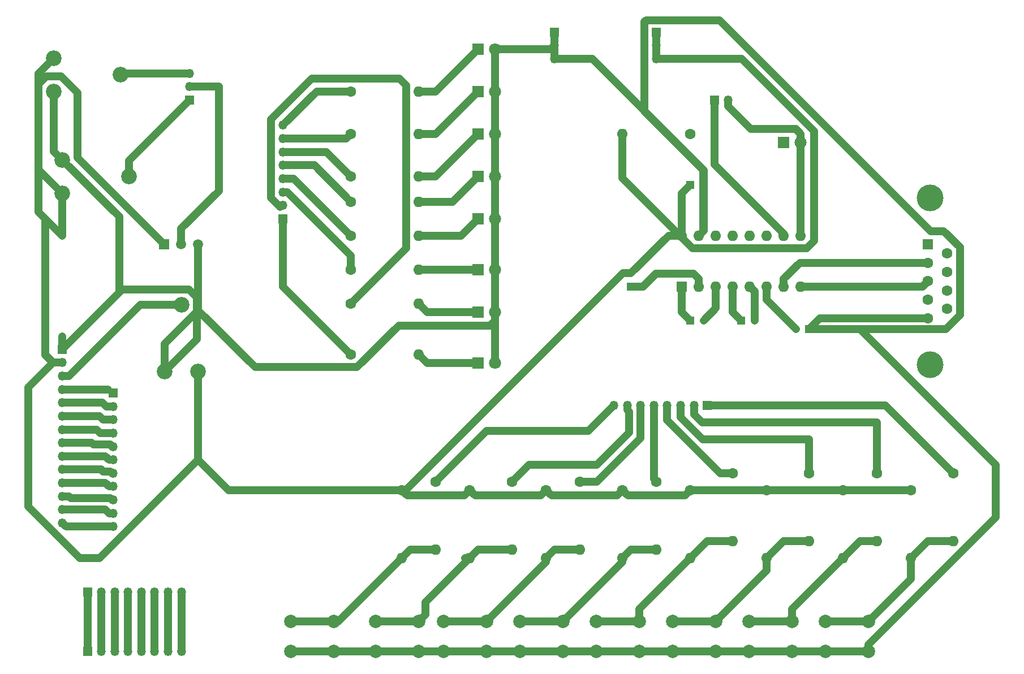
<source format=gbl>
G04 #@! TF.GenerationSoftware,KiCad,Pcbnew,(5.1.6)-1*
G04 #@! TF.CreationDate,2020-09-10T21:21:56-05:00*
G04 #@! TF.ProjectId,practica 1,70726163-7469-4636-9120-312e6b696361,rev?*
G04 #@! TF.SameCoordinates,Original*
G04 #@! TF.FileFunction,Copper,L2,Bot*
G04 #@! TF.FilePolarity,Positive*
%FSLAX46Y46*%
G04 Gerber Fmt 4.6, Leading zero omitted, Abs format (unit mm)*
G04 Created by KiCad (PCBNEW (5.1.6)-1) date 2020-09-10 21:21:56*
%MOMM*%
%LPD*%
G01*
G04 APERTURE LIST*
G04 #@! TA.AperFunction,ComponentPad*
%ADD10C,2.000000*%
G04 #@! TD*
G04 #@! TA.AperFunction,ComponentPad*
%ADD11R,1.500000X1.500000*%
G04 #@! TD*
G04 #@! TA.AperFunction,ComponentPad*
%ADD12C,1.500000*%
G04 #@! TD*
G04 #@! TA.AperFunction,ComponentPad*
%ADD13O,1.600000X1.600000*%
G04 #@! TD*
G04 #@! TA.AperFunction,ComponentPad*
%ADD14C,1.600000*%
G04 #@! TD*
G04 #@! TA.AperFunction,ComponentPad*
%ADD15O,1.350000X1.350000*%
G04 #@! TD*
G04 #@! TA.AperFunction,ComponentPad*
%ADD16R,1.350000X1.350000*%
G04 #@! TD*
G04 #@! TA.AperFunction,ComponentPad*
%ADD17C,4.000000*%
G04 #@! TD*
G04 #@! TA.AperFunction,ComponentPad*
%ADD18R,1.600000X1.600000*%
G04 #@! TD*
G04 #@! TA.AperFunction,ComponentPad*
%ADD19C,2.340000*%
G04 #@! TD*
G04 #@! TA.AperFunction,ComponentPad*
%ADD20C,1.800000*%
G04 #@! TD*
G04 #@! TA.AperFunction,ComponentPad*
%ADD21R,1.800000X1.800000*%
G04 #@! TD*
G04 #@! TA.AperFunction,ComponentPad*
%ADD22C,1.200000*%
G04 #@! TD*
G04 #@! TA.AperFunction,ComponentPad*
%ADD23R,1.200000X1.200000*%
G04 #@! TD*
G04 #@! TA.AperFunction,Conductor*
%ADD24C,1.220000*%
G04 #@! TD*
G04 APERTURE END LIST*
D10*
X102720000Y-121920000D03*
X102720000Y-117420000D03*
X109220000Y-121920000D03*
X109220000Y-117420000D03*
D11*
X83820000Y-60960000D03*
D12*
X88900000Y-60960000D03*
X86360000Y-60960000D03*
D13*
X152400000Y-44450000D03*
D14*
X162560000Y-44450000D03*
D15*
X168180000Y-39370000D03*
D16*
X166180000Y-39370000D03*
D17*
X198420000Y-54000000D03*
X198420000Y-79000000D03*
D14*
X200960000Y-70655000D03*
X200960000Y-67885000D03*
X200960000Y-65115000D03*
X200960000Y-62345000D03*
X198120000Y-72040000D03*
X198120000Y-69270000D03*
X198120000Y-66500000D03*
X198120000Y-63730000D03*
D18*
X198120000Y-60960000D03*
D13*
X161290000Y-59690000D03*
X179070000Y-67310000D03*
X163830000Y-59690000D03*
X176530000Y-67310000D03*
X166370000Y-59690000D03*
X173990000Y-67310000D03*
X168910000Y-59690000D03*
X171450000Y-67310000D03*
X171450000Y-59690000D03*
X168910000Y-67310000D03*
X173990000Y-59690000D03*
X166370000Y-67310000D03*
X176530000Y-59690000D03*
X163830000Y-67310000D03*
X179070000Y-59690000D03*
D18*
X161290000Y-67310000D03*
D10*
X115420000Y-121920000D03*
X115420000Y-117420000D03*
X121920000Y-121920000D03*
X121920000Y-117420000D03*
X125580000Y-121920000D03*
X125580000Y-117420000D03*
X132080000Y-121920000D03*
X132080000Y-117420000D03*
X137010000Y-121920000D03*
X137010000Y-117420000D03*
X143510000Y-121920000D03*
X143510000Y-117420000D03*
X148440000Y-121920000D03*
X148440000Y-117420000D03*
X154940000Y-121920000D03*
X154940000Y-117420000D03*
X159870000Y-121920000D03*
X159870000Y-117420000D03*
X166370000Y-121920000D03*
X166370000Y-117420000D03*
X171300000Y-121920000D03*
X171300000Y-117420000D03*
X177800000Y-121920000D03*
X177800000Y-117420000D03*
X182730000Y-121920000D03*
X182730000Y-117420000D03*
X189230000Y-121920000D03*
X189230000Y-117420000D03*
D19*
X88900000Y-80010000D03*
X86400000Y-70010000D03*
X83900000Y-80010000D03*
X67310000Y-38100000D03*
X77310000Y-35600000D03*
X67310000Y-33100000D03*
X68580000Y-53340000D03*
X78580000Y-50840000D03*
X68580000Y-48340000D03*
D13*
X124460000Y-106680000D03*
D14*
X124460000Y-96520000D03*
D13*
X135890000Y-106680000D03*
D14*
X135890000Y-96520000D03*
D13*
X146050000Y-106680000D03*
D14*
X146050000Y-96520000D03*
D13*
X157480000Y-106680000D03*
D14*
X157480000Y-96520000D03*
D13*
X168910000Y-105410000D03*
D14*
X168910000Y-95250000D03*
D13*
X180340000Y-105410000D03*
D14*
X180340000Y-95250000D03*
D13*
X190500000Y-105410000D03*
D14*
X190500000Y-95250000D03*
D13*
X201930000Y-105410000D03*
D14*
X201930000Y-95250000D03*
D13*
X119380000Y-107950000D03*
D14*
X119380000Y-97790000D03*
D13*
X129540000Y-107950000D03*
D14*
X129540000Y-97790000D03*
D13*
X140970000Y-107950000D03*
D14*
X140970000Y-97790000D03*
D13*
X152400000Y-107950000D03*
D14*
X152400000Y-97790000D03*
D13*
X162560000Y-107950000D03*
D14*
X162560000Y-97790000D03*
D13*
X173990000Y-107950000D03*
D14*
X173990000Y-97790000D03*
D13*
X185420000Y-107950000D03*
D14*
X185420000Y-97790000D03*
D13*
X195580000Y-107950000D03*
D14*
X195580000Y-97790000D03*
D13*
X121920000Y-38100000D03*
D14*
X111760000Y-38100000D03*
D13*
X121920000Y-44450000D03*
D14*
X111760000Y-44450000D03*
D13*
X121920000Y-50800000D03*
D14*
X111760000Y-50800000D03*
D13*
X121920000Y-54610000D03*
D14*
X111760000Y-54610000D03*
D13*
X121920000Y-59690000D03*
D14*
X111760000Y-59690000D03*
D13*
X121920000Y-64770000D03*
D14*
X111760000Y-64770000D03*
D13*
X121920000Y-69850000D03*
D14*
X111760000Y-69850000D03*
D13*
X121920000Y-77470000D03*
D14*
X111760000Y-77470000D03*
D15*
X151100000Y-85090000D03*
X153100000Y-85090000D03*
X155100000Y-85090000D03*
X157100000Y-85090000D03*
X159100000Y-85090000D03*
X161100000Y-85090000D03*
X163100000Y-85090000D03*
D16*
X165100000Y-85090000D03*
D15*
X86390000Y-121920000D03*
X84390000Y-121920000D03*
X82390000Y-121920000D03*
X80390000Y-121920000D03*
X78390000Y-121920000D03*
X76390000Y-121920000D03*
X74390000Y-121920000D03*
D16*
X72390000Y-121920000D03*
D15*
X86390000Y-113030000D03*
X84390000Y-113030000D03*
X82390000Y-113030000D03*
X80390000Y-113030000D03*
X78390000Y-113030000D03*
X76390000Y-113030000D03*
X74390000Y-113030000D03*
D16*
X72390000Y-113030000D03*
D15*
X76200000Y-103250000D03*
X76200000Y-101250000D03*
X76200000Y-99250000D03*
X76200000Y-97250000D03*
X76200000Y-95250000D03*
X76200000Y-93250000D03*
X76200000Y-91250000D03*
X76200000Y-89250000D03*
X76200000Y-87250000D03*
X76200000Y-85250000D03*
D16*
X76200000Y-83250000D03*
D15*
X68580000Y-102710000D03*
X68580000Y-100710000D03*
X68580000Y-98710000D03*
X68580000Y-96710000D03*
X68580000Y-94710000D03*
X68580000Y-92710000D03*
X68580000Y-90710000D03*
X68580000Y-88710000D03*
X68580000Y-86710000D03*
X68580000Y-84710000D03*
X68580000Y-82710000D03*
X68580000Y-80710000D03*
X68580000Y-78710000D03*
D16*
X68580000Y-76710000D03*
D15*
X101600000Y-43150000D03*
X101600000Y-45150000D03*
X101600000Y-47150000D03*
X101600000Y-49150000D03*
X101600000Y-51150000D03*
X101600000Y-53150000D03*
X101600000Y-55150000D03*
D16*
X101600000Y-57150000D03*
D15*
X87630000Y-35370000D03*
X87630000Y-37370000D03*
D16*
X87630000Y-39370000D03*
D15*
X142240000Y-33210000D03*
X142240000Y-31210000D03*
D16*
X142240000Y-29210000D03*
D15*
X157480000Y-33210000D03*
X157480000Y-31210000D03*
D16*
X157480000Y-29210000D03*
D20*
X179070000Y-45720000D03*
D21*
X176530000Y-45720000D03*
D20*
X133350000Y-31750000D03*
D21*
X130810000Y-31750000D03*
D20*
X133350000Y-38100000D03*
D21*
X130810000Y-38100000D03*
D20*
X133350000Y-44450000D03*
D21*
X130810000Y-44450000D03*
D20*
X133350000Y-50800000D03*
D21*
X130810000Y-50800000D03*
D20*
X133350000Y-57150000D03*
D21*
X130810000Y-57150000D03*
D20*
X133350000Y-64770000D03*
D21*
X130810000Y-64770000D03*
D20*
X133350000Y-71120000D03*
D21*
X130810000Y-71120000D03*
D20*
X133350000Y-78740000D03*
D21*
X130810000Y-78740000D03*
D22*
X164560000Y-52070000D03*
D23*
X162560000Y-52070000D03*
D22*
X178340000Y-73660000D03*
D23*
X180340000Y-73660000D03*
D22*
X153670000Y-65310000D03*
D23*
X153670000Y-67310000D03*
D22*
X172180000Y-72390000D03*
D23*
X170180000Y-72390000D03*
D22*
X164560000Y-72390000D03*
D23*
X162560000Y-72390000D03*
D24*
X166370000Y-70580000D02*
X166370000Y-67310000D01*
X164560000Y-72390000D02*
X166370000Y-70580000D01*
X161290000Y-71120000D02*
X161290000Y-67310000D01*
X162560000Y-72390000D02*
X161290000Y-71120000D01*
X172180000Y-68040000D02*
X171450000Y-67310000D01*
X172180000Y-72390000D02*
X172180000Y-68040000D01*
X168910000Y-71120000D02*
X168910000Y-67310000D01*
X170180000Y-72390000D02*
X168910000Y-71120000D01*
X65021999Y-35388001D02*
X67310000Y-33100000D01*
X65021999Y-49781999D02*
X65021999Y-35388001D01*
X68580000Y-53340000D02*
X65021999Y-49781999D01*
X159290000Y-59690000D02*
X161290000Y-59690000D01*
X153670000Y-65310000D02*
X159290000Y-59690000D01*
X195580000Y-97790000D02*
X185420000Y-97790000D01*
X185420000Y-97790000D02*
X173990000Y-97790000D01*
X173990000Y-97790000D02*
X162560000Y-97790000D01*
X161760001Y-98589999D02*
X153199999Y-98589999D01*
X153199999Y-98589999D02*
X152400000Y-97790000D01*
X162560000Y-97790000D02*
X161760001Y-98589999D01*
X151600001Y-98589999D02*
X141769999Y-98589999D01*
X141769999Y-98589999D02*
X140970000Y-97790000D01*
X152400000Y-97790000D02*
X151600001Y-98589999D01*
X140170001Y-98589999D02*
X130339999Y-98589999D01*
X130339999Y-98589999D02*
X129540000Y-97790000D01*
X140970000Y-97790000D02*
X140170001Y-98589999D01*
X128740001Y-98589999D02*
X120179999Y-98589999D01*
X120179999Y-98589999D02*
X119380000Y-97790000D01*
X129540000Y-97790000D02*
X128740001Y-98589999D01*
X161290000Y-53340000D02*
X161290000Y-59690000D01*
X162560000Y-52070000D02*
X161290000Y-53340000D01*
X157480000Y-29210000D02*
X157480000Y-31210000D01*
X157480000Y-31210000D02*
X157480000Y-33210000D01*
X67217598Y-78710000D02*
X63500000Y-82427598D01*
X63500000Y-100283642D02*
X71166358Y-107950000D01*
X63500000Y-82427598D02*
X63500000Y-100283642D01*
X71166358Y-107950000D02*
X74153642Y-107950000D01*
X88900000Y-93203642D02*
X88900000Y-80010000D01*
X74153642Y-107950000D02*
X88900000Y-93203642D01*
X93486358Y-97790000D02*
X88900000Y-93203642D01*
X119380000Y-97790000D02*
X93486358Y-97790000D01*
X68580000Y-53340000D02*
X68580000Y-59690000D01*
X70868001Y-48008001D02*
X83820000Y-60960000D01*
X70868001Y-38271759D02*
X70868001Y-48008001D01*
X68408241Y-35811999D02*
X70868001Y-38271759D01*
X66211759Y-35811999D02*
X68408241Y-35811999D01*
X65021999Y-37001759D02*
X66211759Y-35811999D01*
X65021999Y-56131999D02*
X65021999Y-37001759D01*
X66040000Y-77532402D02*
X66040000Y-57150000D01*
X68580000Y-78710000D02*
X67217598Y-78710000D01*
X67217598Y-78710000D02*
X66040000Y-77532402D01*
X68580000Y-59690000D02*
X66040000Y-57150000D01*
X66040000Y-57150000D02*
X65021999Y-56131999D01*
X181088001Y-44021434D02*
X170276567Y-33210000D01*
X170276567Y-33210000D02*
X157480000Y-33210000D01*
X181088001Y-60510641D02*
X181088001Y-44021434D01*
X179990641Y-61608001D02*
X181088001Y-60510641D01*
X162909359Y-61608001D02*
X179990641Y-61608001D01*
X152400000Y-51098642D02*
X162909359Y-61608001D01*
X152400000Y-44450000D02*
X152400000Y-51098642D01*
X119977598Y-97790000D02*
X119380000Y-97790000D01*
X152457598Y-65310000D02*
X119977598Y-97790000D01*
X153670000Y-65310000D02*
X152457598Y-65310000D01*
X155490000Y-67310000D02*
X153670000Y-67310000D01*
X157408001Y-65391999D02*
X155490000Y-67310000D01*
X163043369Y-65391999D02*
X157408001Y-65391999D01*
X163830000Y-66178630D02*
X163043369Y-65391999D01*
X163830000Y-67310000D02*
X163830000Y-66178630D01*
X173990000Y-69310000D02*
X178340000Y-73660000D01*
X173990000Y-67310000D02*
X173990000Y-69310000D01*
X68580000Y-76710000D02*
X68580000Y-74815000D01*
X67310000Y-47070000D02*
X68580000Y-48340000D01*
X67310000Y-38100000D02*
X67310000Y-47070000D01*
X181960000Y-72040000D02*
X180340000Y-73660000D01*
X198120000Y-72040000D02*
X181960000Y-72040000D01*
X164560000Y-58960000D02*
X163830000Y-59690000D01*
X164560000Y-52070000D02*
X164560000Y-58960000D01*
X133350000Y-31750000D02*
X133350000Y-38100000D01*
X133350000Y-38100000D02*
X133350000Y-44450000D01*
X133350000Y-44450000D02*
X133350000Y-50800000D01*
X133350000Y-50800000D02*
X133350000Y-57150000D01*
X133350000Y-57150000D02*
X133350000Y-64770000D01*
X133350000Y-71120000D02*
X133350000Y-64770000D01*
X133350000Y-71120000D02*
X133350000Y-78740000D01*
X142240000Y-33210000D02*
X142240000Y-31210000D01*
X142240000Y-31210000D02*
X142240000Y-29210000D01*
X87498241Y-67721999D02*
X77568001Y-67721999D01*
X88688001Y-68911759D02*
X87498241Y-67721999D01*
X88688001Y-75221999D02*
X88688001Y-68911759D01*
X83900000Y-80010000D02*
X88688001Y-75221999D01*
X77090000Y-56850000D02*
X77090000Y-68200000D01*
X77568001Y-67721999D02*
X77090000Y-68200000D01*
X68580000Y-48340000D02*
X77090000Y-56850000D01*
X77090000Y-68200000D02*
X68580000Y-76710000D01*
X83900000Y-75896242D02*
X83900000Y-80010000D01*
X88900000Y-70896242D02*
X83900000Y-75896242D01*
X88900000Y-60960000D02*
X88900000Y-70896242D01*
X97391759Y-79388001D02*
X88900000Y-70896242D01*
X118930641Y-73138001D02*
X112680641Y-79388001D01*
X132604791Y-73138001D02*
X118930641Y-73138001D01*
X112680641Y-79388001D02*
X97391759Y-79388001D01*
X133350000Y-72392792D02*
X132604791Y-73138001D01*
X133350000Y-71120000D02*
X133350000Y-72392792D01*
X141700000Y-31750000D02*
X142240000Y-31210000D01*
X133350000Y-31750000D02*
X141700000Y-31750000D01*
X147904867Y-33210000D02*
X142240000Y-33210000D01*
X164560000Y-49865133D02*
X147904867Y-33210000D01*
X164560000Y-52070000D02*
X164560000Y-49865133D01*
X202878001Y-61424359D02*
X202878001Y-71575641D01*
X200495641Y-59041999D02*
X202878001Y-61424359D01*
X198552341Y-59041999D02*
X200495641Y-59041999D01*
X202878001Y-71575641D02*
X200793642Y-73660000D01*
X166927341Y-27416999D02*
X198552341Y-59041999D01*
X155910599Y-27416999D02*
X166927341Y-27416999D01*
X155686999Y-27640599D02*
X155910599Y-27416999D01*
X155686999Y-41088357D02*
X155686999Y-27640599D01*
X164451999Y-49853357D02*
X155686999Y-41088357D01*
X164451999Y-59068001D02*
X164451999Y-49853357D01*
X163830000Y-59690000D02*
X164451999Y-59068001D01*
X189230000Y-121920000D02*
X182730000Y-121920000D01*
X182730000Y-121920000D02*
X177800000Y-121920000D01*
X177800000Y-121920000D02*
X171300000Y-121920000D01*
X171300000Y-121920000D02*
X166370000Y-121920000D01*
X166370000Y-121920000D02*
X160020000Y-121920000D01*
X160020000Y-121920000D02*
X159870000Y-121920000D01*
X154940000Y-121920000D02*
X159870000Y-121920000D01*
X154940000Y-121920000D02*
X148440000Y-121920000D01*
X148440000Y-121920000D02*
X143510000Y-121920000D01*
X143510000Y-121920000D02*
X137010000Y-121920000D01*
X115420000Y-121920000D02*
X121920000Y-121920000D01*
X121920000Y-121920000D02*
X125580000Y-121920000D01*
X125580000Y-121920000D02*
X132080000Y-121920000D01*
X132080000Y-121920000D02*
X137010000Y-121920000D01*
X115420000Y-121920000D02*
X109220000Y-121920000D01*
X109220000Y-121920000D02*
X102720000Y-121920000D01*
X187960000Y-73660000D02*
X208280000Y-93980000D01*
X187960000Y-73660000D02*
X180340000Y-73660000D01*
X200793642Y-73660000D02*
X187960000Y-73660000D01*
X189230000Y-120948642D02*
X189230000Y-121920000D01*
X208280000Y-101898642D02*
X189230000Y-120948642D01*
X208280000Y-93980000D02*
X208280000Y-101898642D01*
X123190000Y-78740000D02*
X121920000Y-77470000D01*
X130810000Y-78740000D02*
X123190000Y-78740000D01*
X123190000Y-71120000D02*
X121920000Y-69850000D01*
X130810000Y-71120000D02*
X123190000Y-71120000D01*
X130810000Y-64770000D02*
X121920000Y-64770000D01*
X128270000Y-59690000D02*
X130810000Y-57150000D01*
X121920000Y-59690000D02*
X128270000Y-59690000D01*
X127000000Y-54610000D02*
X130810000Y-50800000D01*
X121920000Y-54610000D02*
X127000000Y-54610000D01*
X124460000Y-50800000D02*
X130810000Y-44450000D01*
X121920000Y-50800000D02*
X124460000Y-50800000D01*
X124460000Y-44450000D02*
X130810000Y-38100000D01*
X121920000Y-44450000D02*
X124460000Y-44450000D01*
X124460000Y-38100000D02*
X130810000Y-31750000D01*
X121920000Y-38100000D02*
X124460000Y-38100000D01*
X179070000Y-45720000D02*
X179070000Y-59690000D01*
X179070000Y-44447208D02*
X179070000Y-45720000D01*
X171557405Y-43701999D02*
X178324791Y-43701999D01*
X168180000Y-40324594D02*
X171557405Y-43701999D01*
X178324791Y-43701999D02*
X179070000Y-44447208D01*
X168180000Y-39370000D02*
X168180000Y-40324594D01*
X77540000Y-35370000D02*
X77310000Y-35600000D01*
X87630000Y-35370000D02*
X77540000Y-35370000D01*
X87630000Y-37370000D02*
X91980000Y-37370000D01*
X91980000Y-53023600D02*
X86360000Y-58643600D01*
X86360000Y-58643600D02*
X86360000Y-60960000D01*
X91980000Y-37370000D02*
X91980000Y-53023600D01*
X78580000Y-48420000D02*
X87630000Y-39370000D01*
X78580000Y-50840000D02*
X78580000Y-48420000D01*
X106650000Y-38100000D02*
X101600000Y-43150000D01*
X111760000Y-38100000D02*
X106650000Y-38100000D01*
X111060000Y-45150000D02*
X111760000Y-44450000D01*
X101600000Y-45150000D02*
X111060000Y-45150000D01*
X108110000Y-47150000D02*
X111760000Y-50800000D01*
X101600000Y-47150000D02*
X108110000Y-47150000D01*
X106300000Y-49150000D02*
X111760000Y-54610000D01*
X101600000Y-49150000D02*
X106300000Y-49150000D01*
X103220000Y-51150000D02*
X101600000Y-51150000D01*
X111760000Y-59690000D02*
X103220000Y-51150000D01*
X111760000Y-64770000D02*
X111760000Y-62656358D01*
X102253642Y-53150000D02*
X101600000Y-53150000D01*
X111760000Y-62656358D02*
X102253642Y-53150000D01*
X99806999Y-54010641D02*
X101153357Y-55356999D01*
X120001999Y-61608001D02*
X120001999Y-37179359D01*
X111760000Y-69850000D02*
X120001999Y-61608001D01*
X119004639Y-36181999D02*
X105914359Y-36181999D01*
X120001999Y-37179359D02*
X119004639Y-36181999D01*
X99806999Y-42289359D02*
X99806999Y-54010641D01*
X105914359Y-36181999D02*
X99806999Y-42289359D01*
X101600000Y-67310000D02*
X101600000Y-57150000D01*
X111760000Y-77470000D02*
X101600000Y-67310000D01*
X69120000Y-103250000D02*
X68580000Y-102710000D01*
X76200000Y-103250000D02*
X69120000Y-103250000D01*
X75006358Y-100710000D02*
X75546358Y-101250000D01*
X75546358Y-101250000D02*
X76200000Y-101250000D01*
X68580000Y-100710000D02*
X75006358Y-100710000D01*
X69806584Y-98981990D02*
X69534594Y-98710000D01*
X75722123Y-98981990D02*
X69806584Y-98981990D01*
X69534594Y-98710000D02*
X68580000Y-98710000D01*
X75990133Y-99250000D02*
X75722123Y-98981990D01*
X76200000Y-99250000D02*
X75990133Y-99250000D01*
X75546358Y-97250000D02*
X76200000Y-97250000D01*
X75006358Y-96710000D02*
X75546358Y-97250000D01*
X68580000Y-96710000D02*
X75006358Y-96710000D01*
X75990133Y-95250000D02*
X76200000Y-95250000D01*
X75722123Y-94981990D02*
X75990133Y-95250000D01*
X74390000Y-94710000D02*
X74661990Y-94981990D01*
X74661990Y-94981990D02*
X75722123Y-94981990D01*
X68580000Y-94710000D02*
X74390000Y-94710000D01*
X75546358Y-93250000D02*
X76200000Y-93250000D01*
X75006358Y-92710000D02*
X75546358Y-93250000D01*
X68580000Y-92710000D02*
X75006358Y-92710000D01*
X75990133Y-91250000D02*
X76200000Y-91250000D01*
X75722123Y-90981990D02*
X75990133Y-91250000D01*
X72930000Y-90710000D02*
X73201990Y-90981990D01*
X73201990Y-90981990D02*
X75722123Y-90981990D01*
X68580000Y-90710000D02*
X72930000Y-90710000D01*
X74244810Y-89250000D02*
X76200000Y-89250000D01*
X73704810Y-88710000D02*
X74244810Y-89250000D01*
X68580000Y-88710000D02*
X73704810Y-88710000D01*
X74688585Y-87250000D02*
X76200000Y-87250000D01*
X74148585Y-86710000D02*
X74688585Y-87250000D01*
X68580000Y-86710000D02*
X74148585Y-86710000D01*
X75132360Y-85250000D02*
X76200000Y-85250000D01*
X74592360Y-84710000D02*
X75132360Y-85250000D01*
X68580000Y-84710000D02*
X74592360Y-84710000D01*
X68580000Y-82710000D02*
X75453001Y-82710000D01*
X80234594Y-70010000D02*
X86400000Y-70010000D01*
X69534594Y-80710000D02*
X80234594Y-70010000D01*
X68580000Y-80710000D02*
X69534594Y-80710000D01*
X86390000Y-121920000D02*
X86360000Y-121920000D01*
X86390000Y-113030000D02*
X86390000Y-121920000D01*
X84390000Y-113030000D02*
X84390000Y-121920000D01*
X82390000Y-113030000D02*
X82390000Y-121920000D01*
X80390000Y-113030000D02*
X80390000Y-121920000D01*
X78390000Y-113030000D02*
X78390000Y-121920000D01*
X76390000Y-113030000D02*
X76390000Y-121920000D01*
X74390000Y-113030000D02*
X74390000Y-121920000D01*
X72390000Y-113030000D02*
X72390000Y-121920000D01*
X176530000Y-59391358D02*
X176530000Y-59690000D01*
X166180000Y-49041358D02*
X176530000Y-59391358D01*
X166180000Y-39370000D02*
X166180000Y-49041358D01*
X124460000Y-96520000D02*
X132080000Y-88900000D01*
X147290000Y-88900000D02*
X151100000Y-85090000D01*
X132080000Y-88900000D02*
X147290000Y-88900000D01*
X135890000Y-96520000D02*
X138430000Y-93980000D01*
X148590000Y-93980000D02*
X153371990Y-89198010D01*
X138430000Y-93980000D02*
X148590000Y-93980000D01*
X153100000Y-85790000D02*
X153100000Y-85090000D01*
X153371990Y-86061990D02*
X153100000Y-85790000D01*
X153371990Y-89198010D02*
X153371990Y-86061990D01*
X146050000Y-96520000D02*
X148590000Y-96520000D01*
X155100000Y-90010000D02*
X155100000Y-85090000D01*
X148590000Y-96520000D02*
X155100000Y-90010000D01*
X157100000Y-96140000D02*
X157100000Y-85090000D01*
X157480000Y-96520000D02*
X157100000Y-96140000D01*
X159100000Y-87339950D02*
X159100000Y-85090000D01*
X167010050Y-95250000D02*
X159100000Y-87339950D01*
X168910000Y-95250000D02*
X167010050Y-95250000D01*
X180340000Y-95250000D02*
X180340000Y-90170000D01*
X161100000Y-86896176D02*
X161100000Y-85090000D01*
X164373824Y-90170000D02*
X161100000Y-86896176D01*
X180340000Y-90170000D02*
X164373824Y-90170000D01*
X190500000Y-95250000D02*
X190500000Y-87630000D01*
X163100000Y-86452402D02*
X163100000Y-85090000D01*
X164277598Y-87630000D02*
X163100000Y-86452402D01*
X190500000Y-87630000D02*
X164277598Y-87630000D01*
X191770000Y-85090000D02*
X165100000Y-85090000D01*
X201930000Y-95250000D02*
X191770000Y-85090000D01*
X198120000Y-105410000D02*
X195580000Y-107950000D01*
X201930000Y-105410000D02*
X198120000Y-105410000D01*
X182730000Y-117420000D02*
X189230000Y-117420000D01*
X195580000Y-111070000D02*
X189230000Y-117420000D01*
X195580000Y-107950000D02*
X195580000Y-111070000D01*
X187960000Y-105410000D02*
X185420000Y-107950000D01*
X190500000Y-105410000D02*
X187960000Y-105410000D01*
X171300000Y-117420000D02*
X177800000Y-117420000D01*
X177800000Y-115570000D02*
X185420000Y-107950000D01*
X177800000Y-117420000D02*
X177800000Y-115570000D01*
X176530000Y-105410000D02*
X173990000Y-107950000D01*
X180340000Y-105410000D02*
X176530000Y-105410000D01*
X173990000Y-109800000D02*
X166370000Y-117420000D01*
X173990000Y-107950000D02*
X173990000Y-109800000D01*
X166370000Y-117420000D02*
X159870000Y-117420000D01*
X165100000Y-105410000D02*
X162560000Y-107950000D01*
X168910000Y-105410000D02*
X165100000Y-105410000D01*
X154940000Y-115570000D02*
X162560000Y-107950000D01*
X154940000Y-117420000D02*
X154940000Y-115570000D01*
X154940000Y-117420000D02*
X148440000Y-117420000D01*
X153670000Y-106680000D02*
X152400000Y-107950000D01*
X157480000Y-106680000D02*
X153670000Y-106680000D01*
X137010000Y-117420000D02*
X143510000Y-117420000D01*
X152400000Y-108530000D02*
X152400000Y-107950000D01*
X143510000Y-117420000D02*
X152400000Y-108530000D01*
X142240000Y-106680000D02*
X140970000Y-107950000D01*
X146050000Y-106680000D02*
X142240000Y-106680000D01*
X140970000Y-108530000D02*
X140970000Y-107950000D01*
X132080000Y-117420000D02*
X140970000Y-108530000D01*
X125580000Y-117420000D02*
X132080000Y-117420000D01*
X130810000Y-106680000D02*
X129540000Y-107950000D01*
X135890000Y-106680000D02*
X130810000Y-106680000D01*
X128810000Y-107950000D02*
X129540000Y-107950000D01*
X122919999Y-116420001D02*
X122919999Y-114570001D01*
X122919999Y-114570001D02*
X129540000Y-107950000D01*
X121920000Y-117420000D02*
X122919999Y-116420001D01*
X121920000Y-117420000D02*
X115420000Y-117420000D01*
X120650000Y-106680000D02*
X119380000Y-107950000D01*
X124460000Y-106680000D02*
X120650000Y-106680000D01*
X102720000Y-117420000D02*
X109220000Y-117420000D01*
X109910000Y-117420000D02*
X109220000Y-117420000D01*
X119380000Y-107950000D02*
X109910000Y-117420000D01*
X197310000Y-67310000D02*
X198120000Y-66500000D01*
X179070000Y-67310000D02*
X197310000Y-67310000D01*
X178978630Y-63730000D02*
X198120000Y-63730000D01*
X176530000Y-66178630D02*
X178978630Y-63730000D01*
X176530000Y-67310000D02*
X176530000Y-66178630D01*
M02*

</source>
